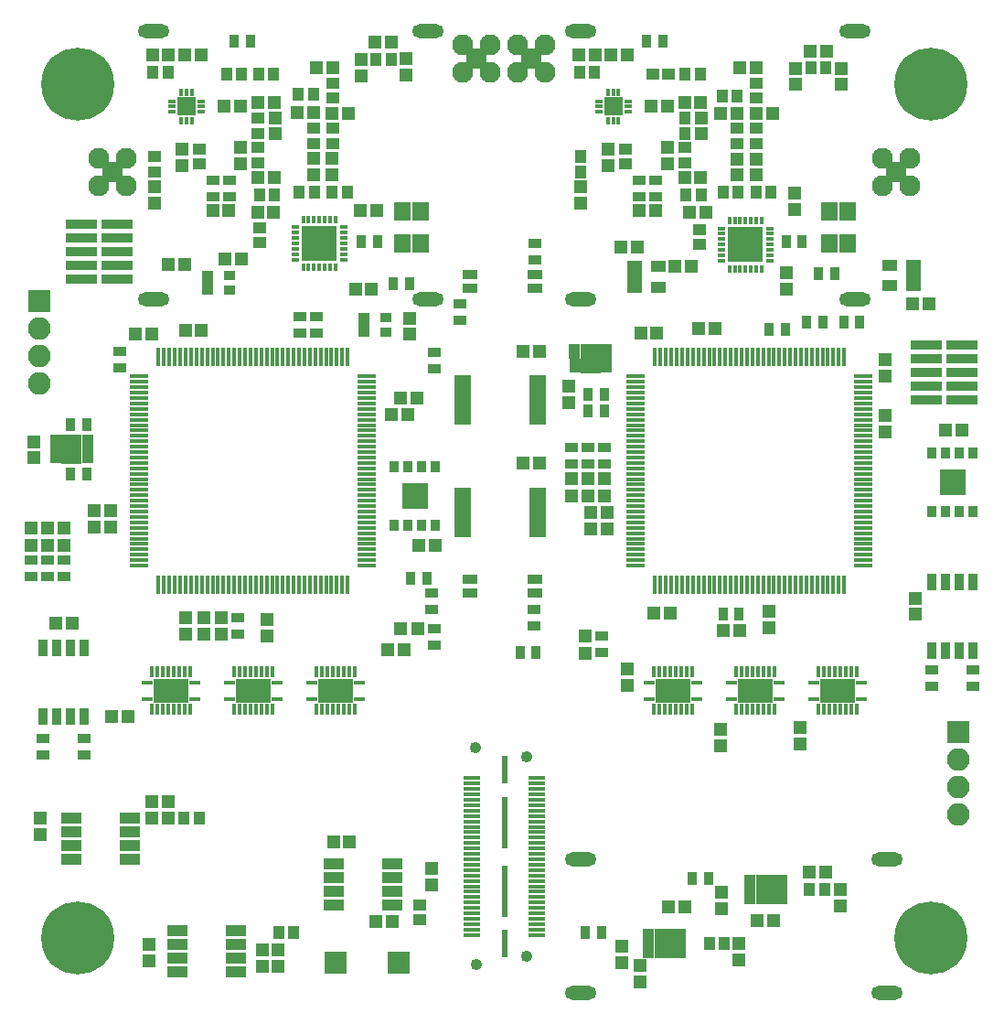
<source format=gbr>
G04 #@! TF.GenerationSoftware,KiCad,Pcbnew,no-vcs-found*
G04 #@! TF.CreationDate,2018-08-11T17:43:10-05:00*
G04 #@! TF.ProjectId,rtihu,72746968752E6B696361645F70636200,rev?*
G04 #@! TF.SameCoordinates,Original
G04 #@! TF.FileFunction,Soldermask,Top*
G04 #@! TF.FilePolarity,Negative*
%FSLAX46Y46*%
G04 Gerber Fmt 4.6, Leading zero omitted, Abs format (unit mm)*
G04 Created by KiCad (PCBNEW no-vcs-found) date Sat Aug 11 17:43:10 2018*
%MOMM*%
%LPD*%
G01*
G04 APERTURE LIST*
%ADD10C,0.100000*%
%ADD11R,0.710000X0.410000*%
%ADD12R,0.410000X0.710000*%
%ADD13R,3.310000X3.310000*%
%ADD14R,1.660000X1.660000*%
%ADD15R,0.760000X0.360000*%
%ADD16R,0.360000X0.760000*%
%ADD17C,1.080000*%
%ADD18R,0.490000X2.600000*%
%ADD19R,0.490000X4.760000*%
%ADD20R,1.510000X0.365000*%
%ADD21R,1.600000X1.800000*%
%ADD22O,2.940000X1.289000*%
%ADD23R,0.401600X1.701600*%
%ADD24R,1.701600X0.401600*%
%ADD25C,6.750000*%
%ADD26R,0.990000X0.420000*%
%ADD27R,0.420000X0.990000*%
%ADD28R,3.190000X2.190000*%
%ADD29R,0.900000X1.000000*%
%ADD30R,2.400000X2.400000*%
%ADD31R,1.200000X1.150000*%
%ADD32R,1.150000X1.200000*%
%ADD33R,1.200000X1.200000*%
%ADD34R,1.100000X1.300000*%
%ADD35R,1.300000X1.100000*%
%ADD36R,0.900000X1.300000*%
%ADD37R,1.300000X0.900000*%
%ADD38R,0.908000X1.543000*%
%ADD39R,1.100000X0.750000*%
%ADD40R,1.980000X2.750000*%
%ADD41R,1.600000X0.800000*%
%ADD42R,1.100000X0.700000*%
%ADD43R,1.460000X1.050000*%
%ADD44R,1.060400X0.806400*%
%ADD45R,1.400000X0.900000*%
%ADD46R,1.950000X1.000000*%
%ADD47C,1.950000*%
%ADD48R,2.100000X2.100000*%
%ADD49O,2.100000X2.100000*%
%ADD50R,2.940000X0.908000*%
G04 APERTURE END LIST*
D10*
D11*
X176629100Y-80786100D03*
X176629100Y-80286100D03*
X176629100Y-79786100D03*
X176629100Y-77786100D03*
X176629100Y-78286100D03*
X176629100Y-78786100D03*
X176629100Y-79286100D03*
X181079100Y-80786100D03*
X181079100Y-80286100D03*
X181079100Y-79786100D03*
X181079100Y-77786100D03*
X181079100Y-78286100D03*
X181079100Y-78786100D03*
X181079100Y-79286100D03*
D12*
X177354100Y-81511100D03*
X177854100Y-81511100D03*
X178354100Y-81511100D03*
X178854100Y-81511100D03*
X179354100Y-81511100D03*
X179854100Y-81511100D03*
X180354100Y-81511100D03*
X177354100Y-77061100D03*
X177854100Y-77061100D03*
X178354100Y-77061100D03*
X179354100Y-77061100D03*
X179854100Y-77061100D03*
X180354100Y-77061100D03*
D13*
X178854100Y-79286100D03*
D12*
X178854100Y-77061100D03*
D11*
X216088000Y-80875000D03*
X216088000Y-80375000D03*
X216088000Y-79875000D03*
X216088000Y-77875000D03*
X216088000Y-78375000D03*
X216088000Y-78875000D03*
X216088000Y-79375000D03*
X220538000Y-80875000D03*
X220538000Y-80375000D03*
X220538000Y-79875000D03*
X220538000Y-77875000D03*
X220538000Y-78375000D03*
X220538000Y-78875000D03*
X220538000Y-79375000D03*
D12*
X216813000Y-81600000D03*
X217313000Y-81600000D03*
X217813000Y-81600000D03*
X218313000Y-81600000D03*
X218813000Y-81600000D03*
X219313000Y-81600000D03*
X219813000Y-81600000D03*
X216813000Y-77150000D03*
X217313000Y-77150000D03*
X217813000Y-77150000D03*
X218813000Y-77150000D03*
X219313000Y-77150000D03*
X219813000Y-77150000D03*
D13*
X218313000Y-79375000D03*
D12*
X218313000Y-77150000D03*
D14*
X206057500Y-66611500D03*
D15*
X207407500Y-67111500D03*
X207407500Y-66611500D03*
X207407500Y-66111500D03*
X204707500Y-67111500D03*
X204707500Y-66611500D03*
X204707500Y-66111500D03*
D16*
X206057500Y-65261500D03*
X206557500Y-65261500D03*
X205557500Y-65261500D03*
X206057500Y-67961500D03*
X206557500Y-67961500D03*
X205557500Y-67961500D03*
D14*
X166560500Y-66611500D03*
D15*
X167910500Y-67111500D03*
X167910500Y-66611500D03*
X167910500Y-66111500D03*
X165210500Y-67111500D03*
X165210500Y-66611500D03*
X165210500Y-66111500D03*
D16*
X166560500Y-65261500D03*
X167060500Y-65261500D03*
X166060500Y-65261500D03*
X166560500Y-67961500D03*
X167060500Y-67961500D03*
X166060500Y-67961500D03*
D17*
X193360000Y-146025000D03*
X193330000Y-125935000D03*
X198030000Y-126760000D03*
D18*
X196000000Y-127935000D03*
D19*
X196050000Y-132825000D03*
D18*
X196000000Y-144065000D03*
D20*
X193010000Y-137250000D03*
X193010000Y-128750000D03*
X193010000Y-129250000D03*
X193010000Y-129750000D03*
X193010000Y-130250000D03*
X193010000Y-130750000D03*
X193010000Y-131250000D03*
X193010000Y-131750000D03*
X193010000Y-132250000D03*
X193010000Y-132750000D03*
X193010000Y-133250000D03*
X193010000Y-133750000D03*
X193010000Y-134250000D03*
X193010000Y-134750000D03*
X193010000Y-135250000D03*
X193010000Y-135750000D03*
X193010000Y-136250000D03*
X193010000Y-136750000D03*
X193010000Y-137750000D03*
X193010000Y-138250000D03*
X193010000Y-138750000D03*
X193010000Y-139250000D03*
X193010000Y-139750000D03*
X193010000Y-140250000D03*
X193010000Y-140750000D03*
X193010000Y-141250000D03*
X193010000Y-141750000D03*
X193010000Y-142250000D03*
X193010000Y-142750000D03*
X193010000Y-143250000D03*
X198990000Y-143250000D03*
X198990000Y-142750000D03*
X198990000Y-142250000D03*
X198990000Y-141750000D03*
X198990000Y-141250000D03*
X198990000Y-140750000D03*
X198990000Y-140250000D03*
X198990000Y-139750000D03*
X198990000Y-139250000D03*
X198990000Y-138750000D03*
X198990000Y-138250000D03*
X198990000Y-137750000D03*
X198990000Y-136750000D03*
X198990000Y-136250000D03*
X198990000Y-135750000D03*
X198990000Y-135250000D03*
X198990000Y-134750000D03*
X198990000Y-134250000D03*
X198990000Y-133750000D03*
X198990000Y-133250000D03*
X198990000Y-132750000D03*
X198990000Y-132250000D03*
X198990000Y-131750000D03*
X198990000Y-131250000D03*
X198990000Y-130750000D03*
X198990000Y-130250000D03*
X198990000Y-129750000D03*
X198990000Y-129250000D03*
X198990000Y-128750000D03*
X198990000Y-137250000D03*
D19*
X196000000Y-139175000D03*
D17*
X198030000Y-145240000D03*
D21*
X226035500Y-76287500D03*
X226035500Y-79287500D03*
X227735500Y-79287500D03*
X227735500Y-76287500D03*
D22*
X163512500Y-59626500D03*
X163512500Y-84455000D03*
X188912500Y-59626500D03*
X188912500Y-84455000D03*
X203009500Y-59626500D03*
X203009500Y-84455000D03*
X228409500Y-59626500D03*
X228409500Y-84455000D03*
D23*
X163970000Y-89780000D03*
X164470000Y-89780000D03*
X164970000Y-89780000D03*
X165470000Y-89780000D03*
X165970000Y-89780000D03*
X166470000Y-89780000D03*
X166970000Y-89780000D03*
X167470000Y-89780000D03*
X167970000Y-89780000D03*
X168470000Y-89780000D03*
X168970000Y-89780000D03*
X169470000Y-89780000D03*
X169970000Y-89780000D03*
X170470000Y-89780000D03*
X170970000Y-89780000D03*
X171470000Y-89780000D03*
X171970000Y-89780000D03*
X172470000Y-89780000D03*
X172970000Y-89780000D03*
X173470000Y-89780000D03*
X173970000Y-89780000D03*
X174470000Y-89780000D03*
X174970000Y-89780000D03*
X175470000Y-89780000D03*
X175970000Y-89780000D03*
X176470000Y-89780000D03*
X176970000Y-89780000D03*
X177470000Y-89780000D03*
X177970000Y-89780000D03*
X178470000Y-89780000D03*
X178970000Y-89780000D03*
X179470000Y-89780000D03*
X179970000Y-89780000D03*
X180470000Y-89780000D03*
X180970000Y-89780000D03*
X181470000Y-89780000D03*
D24*
X183270000Y-91580000D03*
X183270000Y-92080000D03*
X183270000Y-92580000D03*
X183270000Y-93080000D03*
X183270000Y-93580000D03*
X183270000Y-94080000D03*
X183270000Y-94580000D03*
X183270000Y-95080000D03*
X183270000Y-95580000D03*
X183270000Y-96080000D03*
X183270000Y-96580000D03*
X183270000Y-97080000D03*
X183270000Y-97580000D03*
X183270000Y-98080000D03*
X183270000Y-98580000D03*
X183270000Y-99080000D03*
X183270000Y-99580000D03*
X183270000Y-100080000D03*
X183270000Y-100580000D03*
X183270000Y-101080000D03*
X183270000Y-101580000D03*
X183270000Y-102080000D03*
X183270000Y-102580000D03*
X183270000Y-103080000D03*
X183270000Y-103580000D03*
X183270000Y-104080000D03*
X183270000Y-104580000D03*
X183270000Y-105080000D03*
X183270000Y-105580000D03*
X183270000Y-106080000D03*
X183270000Y-106580000D03*
X183270000Y-107080000D03*
X183270000Y-107580000D03*
X183270000Y-108080000D03*
X183270000Y-108580000D03*
X183270000Y-109080000D03*
D23*
X181470000Y-110880000D03*
X180970000Y-110880000D03*
X180470000Y-110880000D03*
X179970000Y-110880000D03*
X179470000Y-110880000D03*
X178970000Y-110880000D03*
X178470000Y-110880000D03*
X177970000Y-110880000D03*
X177470000Y-110880000D03*
X176970000Y-110880000D03*
X176470000Y-110880000D03*
X175970000Y-110880000D03*
X175470000Y-110880000D03*
X174970000Y-110880000D03*
X174470000Y-110880000D03*
X173970000Y-110880000D03*
X173470000Y-110880000D03*
X172970000Y-110880000D03*
X172470000Y-110880000D03*
X171970000Y-110880000D03*
X171470000Y-110880000D03*
X170970000Y-110880000D03*
X170470000Y-110880000D03*
X169970000Y-110880000D03*
X169470000Y-110880000D03*
X168970000Y-110880000D03*
X168470000Y-110880000D03*
X167970000Y-110880000D03*
X167470000Y-110880000D03*
X166970000Y-110880000D03*
X166470000Y-110880000D03*
X165970000Y-110880000D03*
X165470000Y-110880000D03*
X164970000Y-110880000D03*
X164470000Y-110880000D03*
X163970000Y-110880000D03*
D24*
X162170000Y-109080000D03*
X162170000Y-108580000D03*
X162170000Y-108080000D03*
X162170000Y-107580000D03*
X162170000Y-107080000D03*
X162170000Y-106580000D03*
X162170000Y-106080000D03*
X162170000Y-105580000D03*
X162170000Y-105080000D03*
X162170000Y-104580000D03*
X162170000Y-104080000D03*
X162170000Y-103580000D03*
X162170000Y-103080000D03*
X162170000Y-102580000D03*
X162170000Y-102080000D03*
X162170000Y-101580000D03*
X162170000Y-101080000D03*
X162170000Y-100580000D03*
X162170000Y-100080000D03*
X162170000Y-99580000D03*
X162170000Y-99080000D03*
X162170000Y-98580000D03*
X162170000Y-98080000D03*
X162170000Y-97580000D03*
X162170000Y-97080000D03*
X162170000Y-96580000D03*
X162170000Y-96080000D03*
X162170000Y-95580000D03*
X162170000Y-95080000D03*
X162170000Y-94580000D03*
X162170000Y-94080000D03*
X162170000Y-93580000D03*
X162170000Y-93080000D03*
X162170000Y-92580000D03*
X162170000Y-92080000D03*
X162170000Y-91580000D03*
D25*
X235500000Y-64500000D03*
X156500000Y-64500000D03*
X156500000Y-143500000D03*
X235500000Y-143500000D03*
D26*
X182565000Y-121400000D03*
X182565000Y-119900000D03*
D27*
X182090000Y-122375000D03*
X181590000Y-122375000D03*
X181090000Y-122375000D03*
X180590000Y-122375000D03*
X180090000Y-122375000D03*
X179590000Y-122375000D03*
X179090000Y-122375000D03*
X178590000Y-122375000D03*
D28*
X180340000Y-120650000D03*
D27*
X178590000Y-118925000D03*
X179090000Y-118925000D03*
X179590000Y-118925000D03*
X180090000Y-118925000D03*
X180590000Y-118925000D03*
X181090000Y-118925000D03*
X181590000Y-118925000D03*
X182090000Y-118925000D03*
D26*
X178115000Y-119900000D03*
X178115000Y-121400000D03*
X213807000Y-121400000D03*
X213807000Y-119900000D03*
D27*
X213332000Y-122375000D03*
X212832000Y-122375000D03*
X212332000Y-122375000D03*
X211832000Y-122375000D03*
X211332000Y-122375000D03*
X210832000Y-122375000D03*
X210332000Y-122375000D03*
X209832000Y-122375000D03*
D28*
X211582000Y-120650000D03*
D27*
X209832000Y-118925000D03*
X210332000Y-118925000D03*
X210832000Y-118925000D03*
X211332000Y-118925000D03*
X211832000Y-118925000D03*
X212332000Y-118925000D03*
X212832000Y-118925000D03*
X213332000Y-118925000D03*
D26*
X209357000Y-119900000D03*
X209357000Y-121400000D03*
X167325000Y-121400000D03*
X167325000Y-119900000D03*
D27*
X166850000Y-122375000D03*
X166350000Y-122375000D03*
X165850000Y-122375000D03*
X165350000Y-122375000D03*
X164850000Y-122375000D03*
X164350000Y-122375000D03*
X163850000Y-122375000D03*
X163350000Y-122375000D03*
D28*
X165100000Y-120650000D03*
D27*
X163350000Y-118925000D03*
X163850000Y-118925000D03*
X164350000Y-118925000D03*
X164850000Y-118925000D03*
X165350000Y-118925000D03*
X165850000Y-118925000D03*
X166350000Y-118925000D03*
X166850000Y-118925000D03*
D26*
X162875000Y-119900000D03*
X162875000Y-121400000D03*
X229047000Y-121400000D03*
X229047000Y-119900000D03*
D27*
X228572000Y-122375000D03*
X228072000Y-122375000D03*
X227572000Y-122375000D03*
X227072000Y-122375000D03*
X226572000Y-122375000D03*
X226072000Y-122375000D03*
X225572000Y-122375000D03*
X225072000Y-122375000D03*
D28*
X226822000Y-120650000D03*
D27*
X225072000Y-118925000D03*
X225572000Y-118925000D03*
X226072000Y-118925000D03*
X226572000Y-118925000D03*
X227072000Y-118925000D03*
X227572000Y-118925000D03*
X228072000Y-118925000D03*
X228572000Y-118925000D03*
D26*
X224597000Y-119900000D03*
X224597000Y-121400000D03*
X174945000Y-121400000D03*
X174945000Y-119900000D03*
D27*
X174470000Y-122375000D03*
X173970000Y-122375000D03*
X173470000Y-122375000D03*
X172970000Y-122375000D03*
X172470000Y-122375000D03*
X171970000Y-122375000D03*
X171470000Y-122375000D03*
X170970000Y-122375000D03*
D28*
X172720000Y-120650000D03*
D27*
X170970000Y-118925000D03*
X171470000Y-118925000D03*
X171970000Y-118925000D03*
X172470000Y-118925000D03*
X172970000Y-118925000D03*
X173470000Y-118925000D03*
X173970000Y-118925000D03*
X174470000Y-118925000D03*
D26*
X170495000Y-119900000D03*
X170495000Y-121400000D03*
X221427000Y-121400000D03*
X221427000Y-119900000D03*
D27*
X220952000Y-122375000D03*
X220452000Y-122375000D03*
X219952000Y-122375000D03*
X219452000Y-122375000D03*
X218952000Y-122375000D03*
X218452000Y-122375000D03*
X217952000Y-122375000D03*
X217452000Y-122375000D03*
D28*
X219202000Y-120650000D03*
D27*
X217452000Y-118925000D03*
X217952000Y-118925000D03*
X218452000Y-118925000D03*
X218952000Y-118925000D03*
X219452000Y-118925000D03*
X219952000Y-118925000D03*
X220452000Y-118925000D03*
X220952000Y-118925000D03*
D26*
X216977000Y-119900000D03*
X216977000Y-121400000D03*
D29*
X189611000Y-99916000D03*
X188341000Y-99916000D03*
X187071000Y-99916000D03*
X185801000Y-99916000D03*
X185801000Y-105316000D03*
X187071000Y-105316000D03*
X188341000Y-105316000D03*
X189611000Y-105316000D03*
D30*
X187706000Y-102616000D03*
D29*
X235585000Y-104046000D03*
X236855000Y-104046000D03*
X238125000Y-104046000D03*
X239395000Y-104046000D03*
X239395000Y-98646000D03*
X238125000Y-98646000D03*
X236855000Y-98646000D03*
X235585000Y-98646000D03*
D30*
X237490000Y-101346000D03*
D31*
X215507000Y-87122000D03*
X214007000Y-87122000D03*
X210109500Y-87566500D03*
X208609500Y-87566500D03*
X203974000Y-104140000D03*
X205474000Y-104140000D03*
X205474000Y-105664000D03*
X203974000Y-105664000D03*
D32*
X231267000Y-95198500D03*
X231267000Y-96698500D03*
X231267000Y-91555000D03*
X231267000Y-90055000D03*
D31*
X211316000Y-113474500D03*
X209816000Y-113474500D03*
X217793000Y-115062000D03*
X216293000Y-115062000D03*
D32*
X220472000Y-113296000D03*
X220472000Y-114796000D03*
D31*
X212673500Y-73215500D03*
X214173500Y-73215500D03*
D32*
X211074000Y-70370000D03*
X211074000Y-71870000D03*
X214249000Y-69139500D03*
X214249000Y-67639500D03*
X212673500Y-66230500D03*
X214173500Y-66230500D03*
D31*
X209982500Y-76200000D03*
X208482500Y-76200000D03*
D32*
X211062000Y-66611500D03*
X209562000Y-66611500D03*
X207379000Y-61849000D03*
X205879000Y-61849000D03*
X227139500Y-63067500D03*
X227139500Y-64567500D03*
D31*
X205613000Y-70560500D03*
X205613000Y-72060500D03*
X224294000Y-61468000D03*
X225794000Y-61468000D03*
D32*
X222948500Y-64567500D03*
X222948500Y-63067500D03*
D31*
X203073000Y-75553000D03*
X203073000Y-74053000D03*
D32*
X202894500Y-61849000D03*
X204394500Y-61849000D03*
D31*
X219317000Y-63055500D03*
X217817000Y-63055500D03*
X220841000Y-67246500D03*
X219341000Y-67246500D03*
X213284500Y-81407000D03*
X211784500Y-81407000D03*
X216039000Y-67246500D03*
X217539000Y-67246500D03*
D32*
X219329000Y-71449500D03*
X219329000Y-72949500D03*
X217551000Y-71449500D03*
X217551000Y-72949500D03*
X222885000Y-74624500D03*
X222885000Y-76124500D03*
D31*
X214618000Y-76390500D03*
X213118000Y-76390500D03*
D32*
X222059500Y-83490500D03*
X222059500Y-81990500D03*
X208534000Y-146062000D03*
X208534000Y-147562000D03*
D31*
X219404500Y-141922500D03*
X220904500Y-141922500D03*
D32*
X206883000Y-145784000D03*
X206883000Y-144284000D03*
X216090500Y-139331000D03*
X216090500Y-140831000D03*
D31*
X211213000Y-140652500D03*
X212713000Y-140652500D03*
X225730500Y-137477500D03*
X224230500Y-137477500D03*
D32*
X217678000Y-145530000D03*
X217678000Y-144030000D03*
X227076000Y-139077000D03*
X227076000Y-140577000D03*
D31*
X206768000Y-79629000D03*
X208268000Y-79629000D03*
X235319000Y-84836000D03*
X233819000Y-84836000D03*
D32*
X233997500Y-113589500D03*
X233997500Y-112089500D03*
X201930000Y-92468000D03*
X201930000Y-93968000D03*
D31*
X236867000Y-96520000D03*
X238367000Y-96520000D03*
X159651000Y-123063000D03*
X161151000Y-123063000D03*
D32*
X223393000Y-124091000D03*
X223393000Y-125591000D03*
D31*
X197751000Y-89281000D03*
X199251000Y-89281000D03*
X199251000Y-99568000D03*
X197751000Y-99568000D03*
X186678000Y-116903500D03*
X185178000Y-116903500D03*
D32*
X207391000Y-120130000D03*
X207391000Y-118630000D03*
X169799000Y-113931000D03*
X169799000Y-115431000D03*
X216027000Y-124218000D03*
X216027000Y-125718000D03*
D31*
X166445500Y-87312500D03*
X167945500Y-87312500D03*
X163310000Y-87693500D03*
X161810000Y-87693500D03*
X158000000Y-104013000D03*
X159500000Y-104013000D03*
X159500000Y-105537000D03*
X158000000Y-105537000D03*
X187059000Y-95123000D03*
X185559000Y-95123000D03*
X186384500Y-93599000D03*
X187884500Y-93599000D03*
D32*
X166497000Y-113931000D03*
X166497000Y-115431000D03*
X168148000Y-115431000D03*
X168148000Y-113931000D03*
X173990000Y-115558000D03*
X173990000Y-114058000D03*
D31*
X154444000Y-114427000D03*
X155944000Y-114427000D03*
D32*
X152400000Y-99111500D03*
X152400000Y-97611500D03*
D31*
X188099000Y-107251500D03*
X189599000Y-107251500D03*
X174676500Y-73215500D03*
X173176500Y-73215500D03*
D32*
X171577000Y-70370000D03*
X171577000Y-71870000D03*
X174752000Y-67639500D03*
X174752000Y-69139500D03*
D31*
X173176500Y-66230500D03*
X174676500Y-66230500D03*
X170485500Y-76200000D03*
X168985500Y-76200000D03*
X170065000Y-66611500D03*
X171565000Y-66611500D03*
X167882000Y-61849000D03*
X166382000Y-61849000D03*
D32*
X186880500Y-62178500D03*
X186880500Y-63678500D03*
X166116000Y-72060500D03*
X166116000Y-70560500D03*
D31*
X185535000Y-60642500D03*
X184035000Y-60642500D03*
D32*
X182689500Y-63742000D03*
X182689500Y-62242000D03*
X163576000Y-74053000D03*
X163576000Y-75553000D03*
D31*
X164897500Y-61849000D03*
X163397500Y-61849000D03*
X178574000Y-63055500D03*
X180074000Y-63055500D03*
X181534500Y-67246500D03*
X180034500Y-67246500D03*
X166358000Y-81216500D03*
X164858000Y-81216500D03*
X176796000Y-67183000D03*
X178296000Y-67183000D03*
D32*
X180009800Y-72936800D03*
X180009800Y-71436800D03*
X178358800Y-71436800D03*
X178358800Y-72936800D03*
D31*
X184138000Y-76200000D03*
X182638000Y-76200000D03*
X174638400Y-76415900D03*
X173138400Y-76415900D03*
X182193500Y-83502500D03*
X183693500Y-83502500D03*
D32*
X163068000Y-145657000D03*
X163068000Y-144157000D03*
X153035000Y-133973000D03*
X153035000Y-132473000D03*
X175006000Y-144665000D03*
X175006000Y-146165000D03*
X163322000Y-132449000D03*
X163322000Y-130949000D03*
X173609000Y-146165000D03*
X173609000Y-144665000D03*
X164846000Y-130949000D03*
X164846000Y-132449000D03*
X187198000Y-86181500D03*
X187198000Y-87681500D03*
D31*
X171628500Y-80708500D03*
X170128500Y-80708500D03*
D33*
X203708000Y-102654000D03*
X203708000Y-101054000D03*
X205232000Y-101054000D03*
X205232000Y-102654000D03*
X202184000Y-102654000D03*
X202184000Y-101054000D03*
X155194000Y-107226000D03*
X155194000Y-105626000D03*
X153670000Y-105626000D03*
X153670000Y-107226000D03*
X152146000Y-107226000D03*
X152146000Y-105626000D03*
D34*
X214187000Y-74803000D03*
X212787000Y-74803000D03*
D35*
X212661500Y-71820000D03*
X212661500Y-70420000D03*
D34*
X212661500Y-67689500D03*
X212661500Y-69089500D03*
X212723500Y-63627000D03*
X214123500Y-63627000D03*
D35*
X211139000Y-63627000D03*
X209739000Y-63627000D03*
X207200500Y-70547000D03*
X207200500Y-71947000D03*
D34*
X224344000Y-63055500D03*
X225744000Y-63055500D03*
X203073000Y-72645500D03*
X203073000Y-71245500D03*
X204344000Y-63436500D03*
X202944000Y-63436500D03*
D35*
X219329000Y-64451000D03*
X219329000Y-65851000D03*
D34*
X216152500Y-65659000D03*
X217552500Y-65659000D03*
D35*
X219329000Y-68642000D03*
X219329000Y-70042000D03*
X217551000Y-68642000D03*
X217551000Y-70042000D03*
D34*
X217616000Y-74549000D03*
X216216000Y-74549000D03*
X220664000Y-74549000D03*
X219264000Y-74549000D03*
D35*
X214058500Y-79376500D03*
X214058500Y-77976500D03*
D34*
X216346000Y-144018000D03*
X214946000Y-144018000D03*
X225617000Y-139065000D03*
X224217000Y-139065000D03*
X173290000Y-74803000D03*
X174690000Y-74803000D03*
D35*
X173164500Y-70420000D03*
X173164500Y-71820000D03*
X173164500Y-69089500D03*
X173164500Y-67689500D03*
D34*
X173226500Y-63627000D03*
X174626500Y-63627000D03*
X171642000Y-63627000D03*
X170242000Y-63627000D03*
D35*
X167703500Y-71947000D03*
X167703500Y-70547000D03*
D34*
X184085000Y-62230000D03*
X185485000Y-62230000D03*
D35*
X163576000Y-71245500D03*
X163576000Y-72645500D03*
D34*
X163447500Y-63436500D03*
X164847500Y-63436500D03*
D35*
X180086000Y-64451000D03*
X180086000Y-65851000D03*
D34*
X176896800Y-65455800D03*
X178296800Y-65455800D03*
D35*
X180086000Y-70042000D03*
X180086000Y-68642000D03*
X178308000Y-68642000D03*
X178308000Y-70042000D03*
D34*
X178373000Y-74549000D03*
X176973000Y-74549000D03*
X181421000Y-74549000D03*
X180021000Y-74549000D03*
D35*
X173316900Y-77811400D03*
X173316900Y-79211400D03*
D34*
X175068000Y-143002000D03*
X176468000Y-143002000D03*
X166305000Y-132461000D03*
X167705000Y-132461000D03*
D36*
X221984000Y-87249000D03*
X220484000Y-87249000D03*
X225476500Y-86550500D03*
X223976500Y-86550500D03*
X228905500Y-86550500D03*
X227405500Y-86550500D03*
D37*
X209994500Y-73418000D03*
X209994500Y-74918000D03*
X208470500Y-74918000D03*
X208470500Y-73418000D03*
D36*
X226556000Y-82105500D03*
X225056000Y-82105500D03*
X222071500Y-79121000D03*
X223571500Y-79121000D03*
X204966000Y-143002000D03*
X203466000Y-143002000D03*
X213372000Y-138049000D03*
X214872000Y-138049000D03*
X203720000Y-93218000D03*
X205220000Y-93218000D03*
X205220000Y-94742000D03*
X203720000Y-94742000D03*
D37*
X235585000Y-120257000D03*
X235585000Y-118757000D03*
X239395000Y-120257000D03*
X239395000Y-118757000D03*
X203708000Y-99683000D03*
X203708000Y-98183000D03*
X205232000Y-98183000D03*
X205232000Y-99683000D03*
X202184000Y-99683000D03*
X202184000Y-98183000D03*
X191871600Y-84848000D03*
X191871600Y-86348000D03*
X198818500Y-80760000D03*
X198818500Y-79260000D03*
X198755000Y-113169000D03*
X198755000Y-114669000D03*
X189230000Y-111645000D03*
X189230000Y-113145000D03*
X177038000Y-86054500D03*
X177038000Y-87554500D03*
X178562000Y-87554500D03*
X178562000Y-86054500D03*
X189484000Y-90856500D03*
X189484000Y-89356500D03*
X155194000Y-110097000D03*
X155194000Y-108597000D03*
X153670000Y-110097000D03*
X153670000Y-108597000D03*
X152146000Y-108597000D03*
X152146000Y-110097000D03*
X153289000Y-125107000D03*
X153289000Y-126607000D03*
D36*
X157341000Y-100584000D03*
X155841000Y-100584000D03*
D37*
X157099000Y-125107000D03*
X157099000Y-126607000D03*
D36*
X155841000Y-96075500D03*
X157341000Y-96075500D03*
D37*
X170497500Y-73418000D03*
X170497500Y-74918000D03*
X168973500Y-74918000D03*
X168973500Y-73418000D03*
D36*
X187211400Y-83019900D03*
X185711400Y-83019900D03*
X184226900Y-79133700D03*
X182726900Y-79133700D03*
D24*
X208144000Y-91580000D03*
X208144000Y-92080000D03*
X208144000Y-92580000D03*
X208144000Y-93080000D03*
X208144000Y-93580000D03*
X208144000Y-94080000D03*
X208144000Y-94580000D03*
X208144000Y-95080000D03*
X208144000Y-95580000D03*
X208144000Y-96080000D03*
X208144000Y-96580000D03*
X208144000Y-97080000D03*
X208144000Y-97580000D03*
X208144000Y-98080000D03*
X208144000Y-98580000D03*
X208144000Y-99080000D03*
X208144000Y-99580000D03*
X208144000Y-100080000D03*
X208144000Y-100580000D03*
X208144000Y-101080000D03*
X208144000Y-101580000D03*
X208144000Y-102080000D03*
X208144000Y-102580000D03*
X208144000Y-103080000D03*
X208144000Y-103580000D03*
X208144000Y-104080000D03*
X208144000Y-104580000D03*
X208144000Y-105080000D03*
X208144000Y-105580000D03*
X208144000Y-106080000D03*
X208144000Y-106580000D03*
X208144000Y-107080000D03*
X208144000Y-107580000D03*
X208144000Y-108080000D03*
X208144000Y-108580000D03*
X208144000Y-109080000D03*
D23*
X209944000Y-110880000D03*
X210444000Y-110880000D03*
X210944000Y-110880000D03*
X211444000Y-110880000D03*
X211944000Y-110880000D03*
X212444000Y-110880000D03*
X212944000Y-110880000D03*
X213444000Y-110880000D03*
X213944000Y-110880000D03*
X214444000Y-110880000D03*
X214944000Y-110880000D03*
X215444000Y-110880000D03*
X215944000Y-110880000D03*
X216444000Y-110880000D03*
X216944000Y-110880000D03*
X217444000Y-110880000D03*
X217944000Y-110880000D03*
X218444000Y-110880000D03*
X218944000Y-110880000D03*
X219444000Y-110880000D03*
X219944000Y-110880000D03*
X220444000Y-110880000D03*
X220944000Y-110880000D03*
X221444000Y-110880000D03*
X221944000Y-110880000D03*
X222444000Y-110880000D03*
X222944000Y-110880000D03*
X223444000Y-110880000D03*
X223944000Y-110880000D03*
X224444000Y-110880000D03*
X224944000Y-110880000D03*
X225444000Y-110880000D03*
X225944000Y-110880000D03*
X226444000Y-110880000D03*
X226944000Y-110880000D03*
X227444000Y-110880000D03*
D24*
X229244000Y-109080000D03*
X229244000Y-108580000D03*
X229244000Y-108080000D03*
X229244000Y-107580000D03*
X229244000Y-107080000D03*
X229244000Y-106580000D03*
X229244000Y-106080000D03*
X229244000Y-105580000D03*
X229244000Y-105080000D03*
X229244000Y-104580000D03*
X229244000Y-104080000D03*
X229244000Y-103580000D03*
X229244000Y-103080000D03*
X229244000Y-102580000D03*
X229244000Y-102080000D03*
X229244000Y-101580000D03*
X229244000Y-101080000D03*
X229244000Y-100580000D03*
X229244000Y-100080000D03*
X229244000Y-99580000D03*
X229244000Y-99080000D03*
X229244000Y-98580000D03*
X229244000Y-98080000D03*
X229244000Y-97580000D03*
X229244000Y-97080000D03*
X229244000Y-96580000D03*
X229244000Y-96080000D03*
X229244000Y-95580000D03*
X229244000Y-95080000D03*
X229244000Y-94580000D03*
X229244000Y-94080000D03*
X229244000Y-93580000D03*
X229244000Y-93080000D03*
X229244000Y-92580000D03*
X229244000Y-92080000D03*
X229244000Y-91580000D03*
D23*
X227444000Y-89780000D03*
X226944000Y-89780000D03*
X226444000Y-89780000D03*
X225944000Y-89780000D03*
X225444000Y-89780000D03*
X224944000Y-89780000D03*
X224444000Y-89780000D03*
X223944000Y-89780000D03*
X223444000Y-89780000D03*
X222944000Y-89780000D03*
X222444000Y-89780000D03*
X221944000Y-89780000D03*
X221444000Y-89780000D03*
X220944000Y-89780000D03*
X220444000Y-89780000D03*
X219944000Y-89780000D03*
X219444000Y-89780000D03*
X218944000Y-89780000D03*
X218444000Y-89780000D03*
X217944000Y-89780000D03*
X217444000Y-89780000D03*
X216944000Y-89780000D03*
X216444000Y-89780000D03*
X215944000Y-89780000D03*
X215444000Y-89780000D03*
X214944000Y-89780000D03*
X214444000Y-89780000D03*
X213944000Y-89780000D03*
X213444000Y-89780000D03*
X212944000Y-89780000D03*
X212444000Y-89780000D03*
X211944000Y-89780000D03*
X211444000Y-89780000D03*
X210944000Y-89780000D03*
X210444000Y-89780000D03*
X209944000Y-89780000D03*
D38*
X239395000Y-116967000D03*
X238125000Y-116967000D03*
X236855000Y-116967000D03*
X235585000Y-116967000D03*
X235585000Y-110617000D03*
X236855000Y-110617000D03*
X238125000Y-110617000D03*
X239395000Y-110617000D03*
X157099000Y-116713000D03*
X155829000Y-116713000D03*
X154559000Y-116713000D03*
X153289000Y-116713000D03*
X153289000Y-123063000D03*
X154559000Y-123063000D03*
X155829000Y-123063000D03*
X157099000Y-123063000D03*
D21*
X188238500Y-76287500D03*
X188238500Y-79287500D03*
X186538500Y-79287500D03*
X186538500Y-76287500D03*
D39*
X202512000Y-90891000D03*
X202512000Y-90241000D03*
X202487000Y-89591000D03*
X202487000Y-88941000D03*
D40*
X203962000Y-89916000D03*
D39*
X205437000Y-90891000D03*
X205437000Y-90241000D03*
X205437000Y-89591000D03*
X205437000Y-88941000D03*
X157367500Y-97323000D03*
X157367500Y-97973000D03*
X157367500Y-98623000D03*
X157367500Y-99273000D03*
D40*
X155892500Y-98298000D03*
D39*
X154417500Y-97323000D03*
X154417500Y-97973000D03*
X154442500Y-98623000D03*
X154442500Y-99273000D03*
D41*
X192130000Y-91776000D03*
X192130000Y-92426000D03*
X192130000Y-93076000D03*
X192130000Y-93726000D03*
X192130000Y-94376000D03*
X192130000Y-95026000D03*
X192130000Y-95676000D03*
X199030000Y-95676000D03*
X199030000Y-95026000D03*
X199030000Y-94376000D03*
X199030000Y-93726000D03*
X199030000Y-93076000D03*
X199030000Y-92426000D03*
X199030000Y-91776000D03*
X199030000Y-102190000D03*
X199030000Y-102840000D03*
X199030000Y-103490000D03*
X199030000Y-104140000D03*
X199030000Y-104790000D03*
X199030000Y-105440000D03*
X199030000Y-106090000D03*
X192130000Y-106090000D03*
X192130000Y-105440000D03*
X192130000Y-104790000D03*
X192130000Y-104140000D03*
X192130000Y-103490000D03*
X192130000Y-102840000D03*
X192130000Y-102190000D03*
D42*
X209345000Y-145018000D03*
D40*
X210820000Y-144018000D03*
D42*
X209345000Y-143018000D03*
X209345000Y-143518000D03*
X209345000Y-144018000D03*
X209345000Y-144518000D03*
X212295000Y-144518000D03*
X212295000Y-144018000D03*
X212295000Y-143518000D03*
X212295000Y-143018000D03*
X212295000Y-145018000D03*
X221693000Y-140065000D03*
X221693000Y-138065000D03*
X221693000Y-138565000D03*
X221693000Y-139065000D03*
X221693000Y-139565000D03*
X218743000Y-139565000D03*
X218743000Y-139065000D03*
X218743000Y-138565000D03*
X218743000Y-138065000D03*
D40*
X220218000Y-139065000D03*
D42*
X218743000Y-140065000D03*
D43*
X231627500Y-83182500D03*
X231627500Y-81282500D03*
X233827500Y-81282500D03*
X233827500Y-82232500D03*
X233827500Y-83182500D03*
X208005500Y-81409500D03*
X208005500Y-82359500D03*
X208005500Y-83309500D03*
X210205500Y-83309500D03*
X210205500Y-81409500D03*
D44*
X184975500Y-86144100D03*
X184975500Y-87464900D03*
X182943500Y-86804500D03*
X182943500Y-87464900D03*
X182943500Y-86144100D03*
X168465500Y-82270600D03*
X168465500Y-83591400D03*
X168465500Y-82931000D03*
X170497500Y-83591400D03*
X170497500Y-82270600D03*
D45*
X198834000Y-82169000D03*
X198834000Y-83439000D03*
X192834000Y-83439000D03*
X192834000Y-82169000D03*
X198834000Y-111633000D03*
X198834000Y-110363000D03*
X192834000Y-110363000D03*
X192834000Y-111633000D03*
D46*
X171102000Y-142875000D03*
X171102000Y-144145000D03*
X171102000Y-145415000D03*
X171102000Y-146685000D03*
X165702000Y-146685000D03*
X165702000Y-145415000D03*
X165702000Y-144145000D03*
X165702000Y-142875000D03*
X155923000Y-132461000D03*
X155923000Y-133731000D03*
X155923000Y-135001000D03*
X155923000Y-136271000D03*
X161323000Y-136271000D03*
X161323000Y-135001000D03*
X161323000Y-133731000D03*
X161323000Y-132461000D03*
D47*
X230949500Y-71374000D03*
X230949500Y-73914000D03*
X233489500Y-73914000D03*
X233489500Y-71374000D03*
X232219500Y-72644000D03*
X198437500Y-62166500D03*
X199707500Y-60896500D03*
X199707500Y-63436500D03*
X197167500Y-63436500D03*
X197167500Y-60896500D03*
X192151000Y-60896500D03*
X192151000Y-63436500D03*
X194691000Y-63436500D03*
X194691000Y-60896500D03*
X193421000Y-62166500D03*
X159702500Y-72644000D03*
X160972500Y-71374000D03*
X160972500Y-73914000D03*
X158432500Y-73914000D03*
X158432500Y-71374000D03*
D37*
X160401000Y-89293000D03*
X160401000Y-90793000D03*
D36*
X217729500Y-113601500D03*
X216229500Y-113601500D03*
D37*
X171323000Y-115431000D03*
X171323000Y-113931000D03*
D48*
X237998000Y-124460000D03*
D49*
X237998000Y-127000000D03*
X237998000Y-129540000D03*
X237998000Y-132080000D03*
X152908000Y-92202000D03*
X152908000Y-89662000D03*
X152908000Y-87122000D03*
D48*
X152908000Y-84582000D03*
D50*
X238379000Y-88646000D03*
X238379000Y-89916000D03*
X238379000Y-93726000D03*
X238379000Y-92456000D03*
X238379000Y-91186000D03*
X235077000Y-88646000D03*
X235077000Y-89916000D03*
X235077000Y-93726000D03*
X235077000Y-92456000D03*
X235077000Y-91186000D03*
X160147000Y-80010000D03*
X160147000Y-78740000D03*
X160147000Y-77470000D03*
X160147000Y-81280000D03*
X160147000Y-82550000D03*
X156845000Y-80010000D03*
X156845000Y-78740000D03*
X156845000Y-77470000D03*
X156845000Y-81280000D03*
X156845000Y-82550000D03*
D48*
X180340000Y-145796000D03*
X186182000Y-145796000D03*
D33*
X187934500Y-114935000D03*
X186334500Y-114935000D03*
X203454000Y-117182800D03*
X203454000Y-115582800D03*
D37*
X189484000Y-114947000D03*
X189484000Y-116447000D03*
X205028800Y-117132800D03*
X205028800Y-115632800D03*
D36*
X198933500Y-117157500D03*
X197433500Y-117157500D03*
X188837000Y-110299500D03*
X187337000Y-110299500D03*
D31*
X180161500Y-134683500D03*
X181661500Y-134683500D03*
X185598500Y-142049500D03*
X184098500Y-142049500D03*
D32*
X189230000Y-137108500D03*
X189230000Y-138608500D03*
D35*
X188150500Y-140460500D03*
X188150500Y-141860500D03*
D46*
X180180000Y-136652000D03*
X180180000Y-137922000D03*
X180180000Y-139192000D03*
X180180000Y-140462000D03*
X185580000Y-140462000D03*
X185580000Y-139192000D03*
X185580000Y-137922000D03*
X185580000Y-136652000D03*
D22*
X203073000Y-136271000D03*
X203073000Y-148590000D03*
X231394000Y-136271000D03*
X231394000Y-148590000D03*
D36*
X210681000Y-60579000D03*
X209181000Y-60579000D03*
X170954000Y-60579000D03*
X172454000Y-60579000D03*
M02*

</source>
